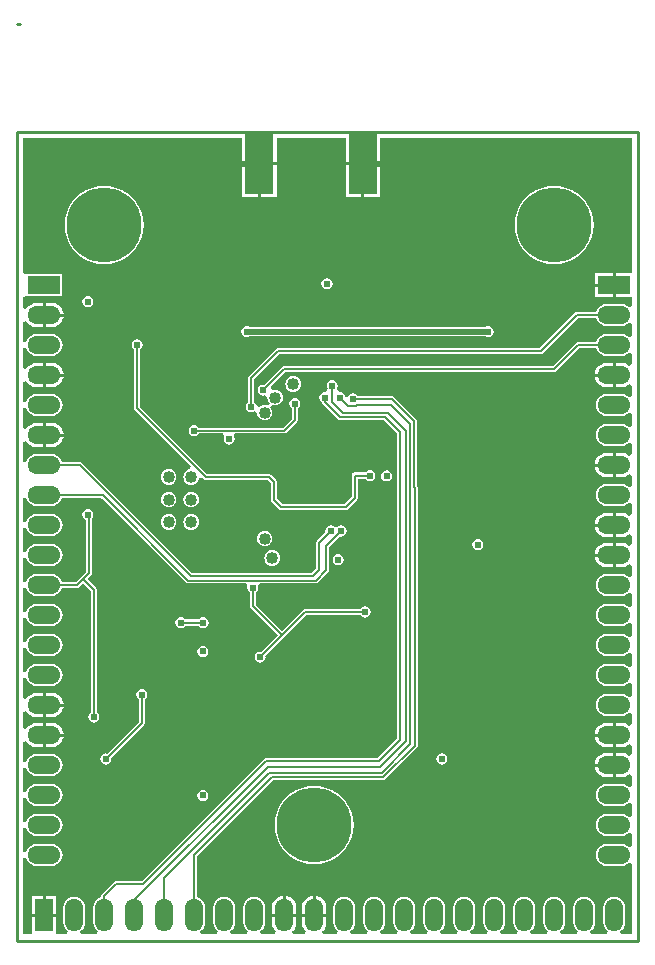
<source format=gbl>
G04 Layer_Physical_Order=4*
G04 Layer_Color=16711680*
%FSLAX25Y25*%
%MOIN*%
G70*
G01*
G75*
%ADD16R,0.09508X0.20000*%
%ADD19C,0.00800*%
%ADD20C,0.00600*%
%ADD22C,0.01000*%
%ADD24C,0.02000*%
%ADD25C,0.00700*%
%ADD26C,0.25000*%
%ADD27O,0.11000X0.06000*%
%ADD28R,0.11000X0.06000*%
%ADD29O,0.06000X0.11000*%
%ADD30R,0.06000X0.11000*%
%ADD31C,0.02400*%
%ADD32C,0.04000*%
%ADD33C,0.02362*%
G36*
X292855Y307185D02*
X293432Y306433D01*
X294184Y305855D01*
X295060Y305493D01*
X296000Y305369D01*
X301000D01*
X301940Y305493D01*
X302816Y305855D01*
X303461Y306351D01*
X303899Y306255D01*
X304461Y305954D01*
Y302046D01*
X303899Y301745D01*
X303461Y301649D01*
X302816Y302145D01*
X301940Y302507D01*
X301000Y302631D01*
X296000D01*
X295060Y302507D01*
X294184Y302145D01*
X293432Y301568D01*
X292855Y300816D01*
X292526Y300020D01*
X286500D01*
X286110Y299942D01*
X285779Y299721D01*
X278078Y292020D01*
X188500D01*
X188110Y291942D01*
X187779Y291721D01*
X181828Y285770D01*
X181500Y285835D01*
X180798Y285696D01*
X180202Y285298D01*
X179804Y284702D01*
X179665Y284000D01*
X179804Y283298D01*
X180202Y282702D01*
X180798Y282304D01*
X181500Y282165D01*
X181969Y282258D01*
X182642Y281824D01*
X182885Y281558D01*
X182878Y281500D01*
X182967Y280821D01*
X183229Y280189D01*
X183646Y279646D01*
X183012Y278895D01*
X182679Y279033D01*
X182000Y279122D01*
X181321Y279033D01*
X180689Y278771D01*
X180285Y278461D01*
X180206Y278465D01*
X179695Y278608D01*
X179266Y278850D01*
X179196Y279202D01*
X178798Y279798D01*
X178520Y279984D01*
Y287578D01*
X186922Y295980D01*
X274000D01*
X274390Y296058D01*
X274721Y296279D01*
X286422Y307980D01*
X292526D01*
X292855Y307185D01*
D02*
G37*
G36*
X304461Y323000D02*
X299000D01*
Y319000D01*
Y315000D01*
X304461D01*
Y312046D01*
X303899Y311745D01*
X303461Y311649D01*
X302816Y312145D01*
X301940Y312507D01*
X301000Y312631D01*
X296000D01*
X295060Y312507D01*
X294184Y312145D01*
X293432Y311567D01*
X292855Y310816D01*
X292526Y310020D01*
X286000D01*
X285610Y309942D01*
X285279Y309721D01*
X273578Y298020D01*
X186500D01*
X186110Y297942D01*
X185779Y297721D01*
X176779Y288721D01*
X176558Y288390D01*
X176480Y288000D01*
Y279984D01*
X176202Y279798D01*
X175804Y279202D01*
X175665Y278500D01*
X175804Y277798D01*
X176202Y277202D01*
X176798Y276804D01*
X177500Y276665D01*
X178202Y276804D01*
X178429Y276956D01*
X179132Y276618D01*
X179388Y276422D01*
X179467Y275821D01*
X179729Y275189D01*
X180146Y274646D01*
X180689Y274229D01*
X181321Y273967D01*
X182000Y273878D01*
X182679Y273967D01*
X183311Y274229D01*
X183854Y274646D01*
X184271Y275189D01*
X184533Y275821D01*
X184622Y276500D01*
X184533Y277179D01*
X184271Y277811D01*
X183854Y278354D01*
X184488Y279105D01*
X184821Y278967D01*
X185500Y278878D01*
X186179Y278967D01*
X186811Y279229D01*
X187354Y279646D01*
X187771Y280189D01*
X188033Y280821D01*
X188122Y281500D01*
X188033Y282179D01*
X187771Y282811D01*
X187354Y283354D01*
X186811Y283771D01*
X186179Y284033D01*
X185500Y284122D01*
X184913Y284045D01*
X184688Y284152D01*
X183992Y284772D01*
X183997Y285056D01*
X188922Y289980D01*
X278500D01*
X278890Y290058D01*
X279221Y290279D01*
X286922Y297980D01*
X292526D01*
X292855Y297184D01*
X293432Y296432D01*
X294184Y295855D01*
X295060Y295493D01*
X296000Y295369D01*
X301000D01*
X301940Y295493D01*
X302816Y295855D01*
X303461Y296351D01*
X303899Y296255D01*
X304461Y295954D01*
Y292647D01*
X303461Y292154D01*
X303017Y292494D01*
X302044Y292897D01*
X301000Y293035D01*
X299000D01*
Y289000D01*
Y284965D01*
X301000D01*
X302044Y285103D01*
X303017Y285506D01*
X303461Y285846D01*
X304461Y285353D01*
Y282046D01*
X303899Y281745D01*
X303461Y281649D01*
X302816Y282145D01*
X301940Y282507D01*
X301000Y282631D01*
X296000D01*
X295060Y282507D01*
X294184Y282145D01*
X293432Y281568D01*
X292855Y280816D01*
X292493Y279940D01*
X292369Y279000D01*
X292493Y278060D01*
X292855Y277185D01*
X293432Y276432D01*
X294184Y275855D01*
X295060Y275493D01*
X296000Y275369D01*
X301000D01*
X301940Y275493D01*
X302816Y275855D01*
X303461Y276351D01*
X303899Y276255D01*
X304461Y275954D01*
Y272046D01*
X303899Y271745D01*
X303461Y271649D01*
X302816Y272145D01*
X301940Y272507D01*
X301000Y272631D01*
X296000D01*
X295060Y272507D01*
X294184Y272145D01*
X293432Y271568D01*
X292855Y270815D01*
X292493Y269940D01*
X292369Y269000D01*
X292493Y268060D01*
X292855Y267184D01*
X293432Y266432D01*
X294184Y265855D01*
X295060Y265493D01*
X296000Y265369D01*
X301000D01*
X301940Y265493D01*
X302816Y265855D01*
X303461Y266351D01*
X303899Y266255D01*
X304461Y265954D01*
Y262647D01*
X303461Y262154D01*
X303017Y262494D01*
X302044Y262897D01*
X301000Y263035D01*
X299000D01*
Y259000D01*
Y254965D01*
X301000D01*
X302044Y255103D01*
X303017Y255506D01*
X303461Y255846D01*
X304461Y255353D01*
Y252046D01*
X303899Y251745D01*
X303461Y251649D01*
X302816Y252145D01*
X301940Y252507D01*
X301000Y252631D01*
X296000D01*
X295060Y252507D01*
X294184Y252145D01*
X293432Y251568D01*
X292855Y250816D01*
X292493Y249940D01*
X292369Y249000D01*
X292493Y248060D01*
X292855Y247184D01*
X293432Y246432D01*
X294184Y245855D01*
X295060Y245493D01*
X296000Y245369D01*
X301000D01*
X301940Y245493D01*
X302816Y245855D01*
X303461Y246351D01*
X303899Y246255D01*
X304461Y245954D01*
Y242647D01*
X303461Y242154D01*
X303017Y242494D01*
X302044Y242897D01*
X301000Y243035D01*
X299000D01*
Y239000D01*
Y234965D01*
X301000D01*
X302044Y235103D01*
X303017Y235506D01*
X303461Y235846D01*
X304461Y235353D01*
Y232647D01*
X303461Y232154D01*
X303017Y232494D01*
X302044Y232897D01*
X301000Y233034D01*
X299000D01*
Y229000D01*
Y224966D01*
X301000D01*
X302044Y225103D01*
X303017Y225506D01*
X303461Y225846D01*
X304461Y225353D01*
Y222046D01*
X303899Y221745D01*
X303461Y221649D01*
X302816Y222145D01*
X301940Y222507D01*
X301000Y222631D01*
X296000D01*
X295060Y222507D01*
X294184Y222145D01*
X293432Y221568D01*
X292855Y220815D01*
X292493Y219940D01*
X292369Y219000D01*
X292493Y218060D01*
X292855Y217184D01*
X293432Y216432D01*
X294184Y215855D01*
X295060Y215493D01*
X296000Y215369D01*
X301000D01*
X301940Y215493D01*
X302816Y215855D01*
X303461Y216351D01*
X303899Y216255D01*
X304461Y215954D01*
Y212046D01*
X303899Y211745D01*
X303461Y211649D01*
X302816Y212145D01*
X301940Y212507D01*
X301000Y212631D01*
X296000D01*
X295060Y212507D01*
X294184Y212145D01*
X293432Y211567D01*
X292855Y210816D01*
X292493Y209940D01*
X292369Y209000D01*
X292493Y208060D01*
X292855Y207185D01*
X293432Y206433D01*
X294184Y205855D01*
X295060Y205493D01*
X296000Y205369D01*
X301000D01*
X301940Y205493D01*
X302816Y205855D01*
X303461Y206351D01*
X303899Y206255D01*
X304461Y205954D01*
Y202046D01*
X303899Y201745D01*
X303461Y201649D01*
X302816Y202145D01*
X301940Y202507D01*
X301000Y202631D01*
X296000D01*
X295060Y202507D01*
X294184Y202145D01*
X293432Y201568D01*
X292855Y200816D01*
X292493Y199940D01*
X292369Y199000D01*
X292493Y198060D01*
X292855Y197185D01*
X293432Y196432D01*
X294184Y195855D01*
X295060Y195493D01*
X296000Y195369D01*
X301000D01*
X301940Y195493D01*
X302816Y195855D01*
X303461Y196351D01*
X303899Y196255D01*
X304461Y195954D01*
Y192046D01*
X303899Y191745D01*
X303461Y191649D01*
X302816Y192145D01*
X301940Y192507D01*
X301000Y192631D01*
X296000D01*
X295060Y192507D01*
X294184Y192145D01*
X293432Y191568D01*
X292855Y190815D01*
X292493Y189940D01*
X292369Y189000D01*
X292493Y188060D01*
X292855Y187185D01*
X293432Y186432D01*
X294184Y185855D01*
X295060Y185493D01*
X296000Y185369D01*
X301000D01*
X301940Y185493D01*
X302816Y185855D01*
X303461Y186351D01*
X303899Y186255D01*
X304461Y185954D01*
Y182046D01*
X303899Y181745D01*
X303461Y181649D01*
X302816Y182145D01*
X301940Y182507D01*
X301000Y182631D01*
X296000D01*
X295060Y182507D01*
X294184Y182145D01*
X293432Y181568D01*
X292855Y180815D01*
X292493Y179940D01*
X292369Y179000D01*
X292493Y178060D01*
X292855Y177184D01*
X293432Y176432D01*
X294184Y175855D01*
X295060Y175493D01*
X296000Y175369D01*
X301000D01*
X301940Y175493D01*
X302816Y175855D01*
X303461Y176351D01*
X303899Y176255D01*
X304461Y175954D01*
Y172647D01*
X303461Y172154D01*
X303017Y172494D01*
X302044Y172897D01*
X301000Y173035D01*
X299000D01*
Y169000D01*
Y164965D01*
X301000D01*
X302044Y165103D01*
X303017Y165506D01*
X303461Y165846D01*
X304461Y165353D01*
Y162647D01*
X303461Y162154D01*
X303017Y162494D01*
X302044Y162897D01*
X301000Y163034D01*
X299000D01*
Y159000D01*
Y154965D01*
X301000D01*
X302044Y155103D01*
X303017Y155506D01*
X303461Y155846D01*
X304461Y155353D01*
Y152046D01*
X303899Y151745D01*
X303461Y151649D01*
X302816Y152145D01*
X301940Y152507D01*
X301000Y152631D01*
X296000D01*
X295060Y152507D01*
X294184Y152145D01*
X293432Y151568D01*
X292855Y150815D01*
X292493Y149940D01*
X292369Y149000D01*
X292493Y148060D01*
X292855Y147185D01*
X293432Y146432D01*
X294184Y145855D01*
X295060Y145493D01*
X296000Y145369D01*
X301000D01*
X301940Y145493D01*
X302816Y145855D01*
X303461Y146351D01*
X303899Y146255D01*
X304461Y145954D01*
Y142046D01*
X303899Y141745D01*
X303461Y141649D01*
X302816Y142145D01*
X301940Y142507D01*
X301000Y142631D01*
X296000D01*
X295060Y142507D01*
X294184Y142145D01*
X293432Y141568D01*
X292855Y140815D01*
X292493Y139940D01*
X292369Y139000D01*
X292493Y138060D01*
X292855Y137185D01*
X293432Y136432D01*
X294184Y135855D01*
X295060Y135493D01*
X296000Y135369D01*
X301000D01*
X301940Y135493D01*
X302816Y135855D01*
X303461Y136351D01*
X303899Y136255D01*
X304461Y135954D01*
Y132046D01*
X303899Y131745D01*
X303461Y131649D01*
X302816Y132145D01*
X301940Y132507D01*
X301000Y132631D01*
X296000D01*
X295060Y132507D01*
X294184Y132145D01*
X293432Y131568D01*
X292855Y130815D01*
X292493Y129940D01*
X292369Y129000D01*
X292493Y128060D01*
X292855Y127184D01*
X293432Y126432D01*
X294184Y125855D01*
X295060Y125493D01*
X296000Y125369D01*
X301000D01*
X301940Y125493D01*
X302816Y125855D01*
X303461Y126351D01*
X303899Y126255D01*
X304461Y125954D01*
Y102539D01*
X300839D01*
X300555Y103539D01*
X301067Y103932D01*
X301645Y104684D01*
X302007Y105560D01*
X302131Y106500D01*
Y111500D01*
X302007Y112440D01*
X301645Y113315D01*
X301067Y114068D01*
X300315Y114645D01*
X299440Y115007D01*
X298500Y115131D01*
X297560Y115007D01*
X296685Y114645D01*
X295933Y114068D01*
X295355Y113315D01*
X294993Y112440D01*
X294869Y111500D01*
Y106500D01*
X294993Y105560D01*
X295355Y104684D01*
X295933Y103932D01*
X296445Y103539D01*
X296161Y102539D01*
X290839D01*
X290555Y103539D01*
X291068Y103932D01*
X291645Y104684D01*
X292007Y105560D01*
X292131Y106500D01*
Y111500D01*
X292007Y112440D01*
X291645Y113315D01*
X291068Y114068D01*
X290316Y114645D01*
X289440Y115007D01*
X288500Y115131D01*
X287560Y115007D01*
X286684Y114645D01*
X285932Y114068D01*
X285355Y113315D01*
X284993Y112440D01*
X284869Y111500D01*
Y106500D01*
X284993Y105560D01*
X285355Y104684D01*
X285932Y103932D01*
X286445Y103539D01*
X286161Y102539D01*
X280839D01*
X280555Y103539D01*
X281067Y103932D01*
X281645Y104684D01*
X282007Y105560D01*
X282131Y106500D01*
Y111500D01*
X282007Y112440D01*
X281645Y113315D01*
X281067Y114068D01*
X280315Y114645D01*
X279440Y115007D01*
X278500Y115131D01*
X277560Y115007D01*
X276684Y114645D01*
X275933Y114068D01*
X275355Y113315D01*
X274993Y112440D01*
X274869Y111500D01*
Y106500D01*
X274993Y105560D01*
X275355Y104684D01*
X275933Y103932D01*
X276445Y103539D01*
X276161Y102539D01*
X270839D01*
X270555Y103539D01*
X271068Y103932D01*
X271645Y104684D01*
X272007Y105560D01*
X272131Y106500D01*
Y111500D01*
X272007Y112440D01*
X271645Y113315D01*
X271068Y114068D01*
X270316Y114645D01*
X269440Y115007D01*
X268500Y115131D01*
X267560Y115007D01*
X266685Y114645D01*
X265932Y114068D01*
X265355Y113315D01*
X264993Y112440D01*
X264869Y111500D01*
Y106500D01*
X264993Y105560D01*
X265355Y104684D01*
X265932Y103932D01*
X266445Y103539D01*
X266161Y102539D01*
X260839D01*
X260555Y103539D01*
X261068Y103932D01*
X261645Y104684D01*
X262007Y105560D01*
X262131Y106500D01*
Y111500D01*
X262007Y112440D01*
X261645Y113315D01*
X261068Y114068D01*
X260315Y114645D01*
X259440Y115007D01*
X258500Y115131D01*
X257560Y115007D01*
X256684Y114645D01*
X255932Y114068D01*
X255355Y113315D01*
X254993Y112440D01*
X254869Y111500D01*
Y106500D01*
X254993Y105560D01*
X255355Y104684D01*
X255932Y103932D01*
X256445Y103539D01*
X256161Y102539D01*
X250839D01*
X250555Y103539D01*
X251067Y103932D01*
X251645Y104684D01*
X252007Y105560D01*
X252131Y106500D01*
Y111500D01*
X252007Y112440D01*
X251645Y113315D01*
X251067Y114068D01*
X250315Y114645D01*
X249440Y115007D01*
X248500Y115131D01*
X247560Y115007D01*
X246685Y114645D01*
X245933Y114068D01*
X245355Y113315D01*
X244993Y112440D01*
X244869Y111500D01*
Y106500D01*
X244993Y105560D01*
X245355Y104684D01*
X245933Y103932D01*
X246445Y103539D01*
X246161Y102539D01*
X240839D01*
X240555Y103539D01*
X241068Y103932D01*
X241645Y104684D01*
X242007Y105560D01*
X242131Y106500D01*
Y111500D01*
X242007Y112440D01*
X241645Y113315D01*
X241068Y114068D01*
X240316Y114645D01*
X239440Y115007D01*
X238500Y115131D01*
X237560Y115007D01*
X236684Y114645D01*
X235932Y114068D01*
X235355Y113315D01*
X234993Y112440D01*
X234869Y111500D01*
Y106500D01*
X234993Y105560D01*
X235355Y104684D01*
X235932Y103932D01*
X236445Y103539D01*
X236161Y102539D01*
X230839D01*
X230555Y103539D01*
X231067Y103932D01*
X231645Y104684D01*
X232007Y105560D01*
X232131Y106500D01*
Y111500D01*
X232007Y112440D01*
X231645Y113315D01*
X231067Y114068D01*
X230315Y114645D01*
X229440Y115007D01*
X228500Y115131D01*
X227560Y115007D01*
X226684Y114645D01*
X225933Y114068D01*
X225355Y113315D01*
X224993Y112440D01*
X224869Y111500D01*
Y106500D01*
X224993Y105560D01*
X225355Y104684D01*
X225933Y103932D01*
X226445Y103539D01*
X226161Y102539D01*
X220839D01*
X220555Y103539D01*
X221068Y103932D01*
X221645Y104684D01*
X222007Y105560D01*
X222131Y106500D01*
Y111500D01*
X222007Y112440D01*
X221645Y113315D01*
X221068Y114068D01*
X220316Y114645D01*
X219440Y115007D01*
X218500Y115131D01*
X217560Y115007D01*
X216685Y114645D01*
X215932Y114068D01*
X215355Y113315D01*
X214993Y112440D01*
X214869Y111500D01*
Y106500D01*
X214993Y105560D01*
X215355Y104684D01*
X215932Y103932D01*
X216445Y103539D01*
X216161Y102539D01*
X210839D01*
X210555Y103539D01*
X211068Y103932D01*
X211645Y104684D01*
X212007Y105560D01*
X212131Y106500D01*
Y111500D01*
X212007Y112440D01*
X211645Y113315D01*
X211068Y114068D01*
X210315Y114645D01*
X209440Y115007D01*
X208500Y115131D01*
X207560Y115007D01*
X206684Y114645D01*
X205932Y114068D01*
X205355Y113315D01*
X204993Y112440D01*
X204869Y111500D01*
Y106500D01*
X204993Y105560D01*
X205355Y104684D01*
X205932Y103932D01*
X206445Y103539D01*
X206161Y102539D01*
X201552D01*
X201212Y103539D01*
X201353Y103647D01*
X201994Y104483D01*
X202397Y105456D01*
X202535Y106500D01*
Y108500D01*
X198500D01*
X194465D01*
Y106500D01*
X194603Y105456D01*
X195006Y104483D01*
X195647Y103647D01*
X195788Y103539D01*
X195449Y102539D01*
X191551D01*
X191212Y103539D01*
X191353Y103647D01*
X191994Y104483D01*
X192397Y105456D01*
X192534Y106500D01*
Y108500D01*
X188500D01*
Y109000D01*
D01*
Y108500D01*
X184466D01*
Y106500D01*
X184603Y105456D01*
X185006Y104483D01*
X185647Y103647D01*
X185788Y103539D01*
X185449Y102539D01*
X180839D01*
X180555Y103539D01*
X181068Y103932D01*
X181645Y104684D01*
X182007Y105560D01*
X182131Y106500D01*
Y111500D01*
X182007Y112440D01*
X181645Y113315D01*
X181068Y114068D01*
X180315Y114645D01*
X179440Y115007D01*
X178500Y115131D01*
X177560Y115007D01*
X176684Y114645D01*
X175932Y114068D01*
X175355Y113315D01*
X174993Y112440D01*
X174869Y111500D01*
Y106500D01*
X174993Y105560D01*
X175355Y104684D01*
X175932Y103932D01*
X176445Y103539D01*
X176161Y102539D01*
X170839D01*
X170555Y103539D01*
X171068Y103932D01*
X171645Y104684D01*
X172007Y105560D01*
X172131Y106500D01*
Y111500D01*
X172007Y112440D01*
X171645Y113315D01*
X171068Y114068D01*
X170316Y114645D01*
X169440Y115007D01*
X168500Y115131D01*
X167560Y115007D01*
X166684Y114645D01*
X165932Y114068D01*
X165355Y113315D01*
X164993Y112440D01*
X164869Y111500D01*
Y106500D01*
X164993Y105560D01*
X165355Y104684D01*
X165932Y103932D01*
X166445Y103539D01*
X166161Y102539D01*
X160839D01*
X160555Y103539D01*
X161068Y103932D01*
X161645Y104684D01*
X162007Y105560D01*
X162131Y106500D01*
Y111500D01*
X162007Y112440D01*
X161645Y113315D01*
X161068Y114068D01*
X160316Y114645D01*
X159520Y114974D01*
Y128578D01*
X184922Y153980D01*
X221500D01*
X221890Y154058D01*
X222221Y154279D01*
X232721Y164779D01*
X232942Y165110D01*
X233020Y165500D01*
Y251480D01*
X232942Y251870D01*
X232820Y252053D01*
Y273700D01*
X232742Y274090D01*
X232521Y274421D01*
X225221Y281721D01*
X224890Y281942D01*
X224500Y282020D01*
X212984D01*
X212798Y282298D01*
X212202Y282696D01*
X211500Y282835D01*
X210798Y282696D01*
X210202Y282298D01*
X209812Y281714D01*
X209755Y281704D01*
X208790Y281728D01*
X208696Y282202D01*
X208298Y282798D01*
X207702Y283196D01*
X207000Y283335D01*
X206112Y284079D01*
X206023Y284540D01*
X206196Y284798D01*
X206335Y285500D01*
X206196Y286202D01*
X205798Y286798D01*
X205202Y287196D01*
X204500Y287335D01*
X203798Y287196D01*
X203202Y286798D01*
X202804Y286202D01*
X202665Y285500D01*
X202804Y284798D01*
X202977Y284540D01*
X202888Y284079D01*
X202000Y283335D01*
X201298Y283196D01*
X200702Y282798D01*
X200304Y282202D01*
X200165Y281500D01*
X200304Y280798D01*
X200702Y280202D01*
X201094Y279940D01*
X201152Y279649D01*
X201351Y279351D01*
X206351Y274351D01*
X206649Y274152D01*
X207000Y274082D01*
X221620D01*
X226082Y269620D01*
Y167880D01*
X219620Y161418D01*
X182500D01*
X182149Y161348D01*
X181851Y161149D01*
X141120Y120418D01*
X132500D01*
X132149Y120348D01*
X131851Y120149D01*
X127851Y116149D01*
X127652Y115851D01*
X127582Y115500D01*
Y115010D01*
X127560Y115007D01*
X126684Y114645D01*
X125932Y114068D01*
X125355Y113315D01*
X124993Y112440D01*
X124869Y111500D01*
Y106500D01*
X124993Y105560D01*
X125355Y104684D01*
X125932Y103932D01*
X126445Y103539D01*
X126161Y102539D01*
X120839D01*
X120555Y103539D01*
X121068Y103932D01*
X121645Y104684D01*
X122007Y105560D01*
X122131Y106500D01*
Y111500D01*
X122007Y112440D01*
X121645Y113315D01*
X121068Y114068D01*
X120316Y114645D01*
X119440Y115007D01*
X118500Y115131D01*
X117560Y115007D01*
X116684Y114645D01*
X115932Y114068D01*
X115355Y113315D01*
X114993Y112440D01*
X114869Y111500D01*
Y106500D01*
X114993Y105560D01*
X115355Y104684D01*
X115932Y103932D01*
X116445Y103539D01*
X116161Y102539D01*
X112500D01*
Y108500D01*
X108500D01*
X104500D01*
Y102539D01*
X101539D01*
Y127864D01*
X102493Y128060D01*
X102855Y127184D01*
X103432Y126432D01*
X104184Y125855D01*
X105060Y125493D01*
X106000Y125369D01*
X111000D01*
X111940Y125493D01*
X112815Y125855D01*
X113568Y126432D01*
X114145Y127184D01*
X114507Y128060D01*
X114631Y129000D01*
X114507Y129940D01*
X114145Y130815D01*
X113568Y131568D01*
X112815Y132145D01*
X111940Y132507D01*
X111000Y132631D01*
X106000D01*
X105060Y132507D01*
X104184Y132145D01*
X103432Y131568D01*
X102855Y130815D01*
X102493Y129940D01*
X101539Y130136D01*
Y137864D01*
X102493Y138060D01*
X102855Y137185D01*
X103432Y136432D01*
X104184Y135855D01*
X105060Y135493D01*
X106000Y135369D01*
X111000D01*
X111940Y135493D01*
X112815Y135855D01*
X113568Y136432D01*
X114145Y137185D01*
X114507Y138060D01*
X114631Y139000D01*
X114507Y139940D01*
X114145Y140815D01*
X113568Y141568D01*
X112815Y142145D01*
X111940Y142507D01*
X111000Y142631D01*
X106000D01*
X105060Y142507D01*
X104184Y142145D01*
X103432Y141568D01*
X102855Y140815D01*
X102493Y139940D01*
X101539Y140136D01*
Y147864D01*
X102493Y148060D01*
X102855Y147185D01*
X103432Y146432D01*
X104184Y145855D01*
X105060Y145493D01*
X106000Y145369D01*
X111000D01*
X111940Y145493D01*
X112815Y145855D01*
X113568Y146432D01*
X114145Y147185D01*
X114507Y148060D01*
X114631Y149000D01*
X114507Y149940D01*
X114145Y150815D01*
X113568Y151568D01*
X112815Y152145D01*
X111940Y152507D01*
X111000Y152631D01*
X106000D01*
X105060Y152507D01*
X104184Y152145D01*
X103432Y151568D01*
X102855Y150815D01*
X102493Y149940D01*
X101539Y150136D01*
Y157864D01*
X102493Y158060D01*
X102855Y157185D01*
X103432Y156432D01*
X104184Y155855D01*
X105060Y155493D01*
X106000Y155369D01*
X111000D01*
X111940Y155493D01*
X112815Y155855D01*
X113568Y156432D01*
X114145Y157185D01*
X114507Y158060D01*
X114631Y159000D01*
X114507Y159940D01*
X114145Y160816D01*
X113568Y161568D01*
X112815Y162145D01*
X111940Y162507D01*
X111000Y162631D01*
X106000D01*
X105060Y162507D01*
X104184Y162145D01*
X103432Y161568D01*
X102855Y160816D01*
X102493Y159940D01*
X101539Y160136D01*
Y166600D01*
X102438Y166948D01*
X102539Y166940D01*
X103147Y166147D01*
X103983Y165506D01*
X104956Y165103D01*
X106000Y164965D01*
X108000D01*
Y169000D01*
Y173035D01*
X106000D01*
X104956Y172897D01*
X103983Y172494D01*
X103147Y171853D01*
X102539Y171060D01*
X102438Y171052D01*
X101539Y171400D01*
Y176600D01*
X102438Y176948D01*
X102539Y176940D01*
X103147Y176147D01*
X103983Y175506D01*
X104956Y175103D01*
X106000Y174966D01*
X108000D01*
Y179000D01*
Y183035D01*
X106000D01*
X104956Y182897D01*
X103983Y182494D01*
X103147Y181853D01*
X102539Y181060D01*
X102438Y181052D01*
X101539Y181400D01*
Y187864D01*
X102493Y188060D01*
X102855Y187185D01*
X103432Y186432D01*
X104184Y185855D01*
X105060Y185493D01*
X106000Y185369D01*
X111000D01*
X111940Y185493D01*
X112815Y185855D01*
X113568Y186432D01*
X114145Y187185D01*
X114507Y188060D01*
X114631Y189000D01*
X114507Y189940D01*
X114145Y190815D01*
X113568Y191568D01*
X112815Y192145D01*
X111940Y192507D01*
X111000Y192631D01*
X106000D01*
X105060Y192507D01*
X104184Y192145D01*
X103432Y191568D01*
X102855Y190815D01*
X102493Y189940D01*
X101539Y190136D01*
Y197864D01*
X102493Y198060D01*
X102855Y197185D01*
X103432Y196432D01*
X104184Y195855D01*
X105060Y195493D01*
X106000Y195369D01*
X111000D01*
X111940Y195493D01*
X112815Y195855D01*
X113568Y196432D01*
X114145Y197185D01*
X114507Y198060D01*
X114631Y199000D01*
X114507Y199940D01*
X114145Y200816D01*
X113568Y201568D01*
X112815Y202145D01*
X111940Y202507D01*
X111000Y202631D01*
X106000D01*
X105060Y202507D01*
X104184Y202145D01*
X103432Y201568D01*
X102855Y200816D01*
X102493Y199940D01*
X101539Y200136D01*
Y207864D01*
X102493Y208060D01*
X102855Y207185D01*
X103432Y206433D01*
X104184Y205855D01*
X105060Y205493D01*
X106000Y205369D01*
X111000D01*
X111940Y205493D01*
X112815Y205855D01*
X113568Y206433D01*
X114145Y207185D01*
X114507Y208060D01*
X114631Y209000D01*
X114507Y209940D01*
X114145Y210816D01*
X113568Y211567D01*
X112815Y212145D01*
X111940Y212507D01*
X111000Y212631D01*
X106000D01*
X105060Y212507D01*
X104184Y212145D01*
X103432Y211567D01*
X102855Y210816D01*
X102493Y209940D01*
X101539Y210136D01*
Y217864D01*
X102493Y218060D01*
X102855Y217184D01*
X103432Y216432D01*
X104184Y215855D01*
X105060Y215493D01*
X106000Y215369D01*
X111000D01*
X111940Y215493D01*
X112815Y215855D01*
X113568Y216432D01*
X114145Y217184D01*
X114495Y218031D01*
X119500D01*
X119871Y218105D01*
X120185Y218315D01*
X121500Y219630D01*
X124031Y217099D01*
Y176518D01*
X123702Y176298D01*
X123304Y175702D01*
X123165Y175000D01*
X123304Y174298D01*
X123702Y173702D01*
X124298Y173304D01*
X125000Y173165D01*
X125702Y173304D01*
X126298Y173702D01*
X126696Y174298D01*
X126835Y175000D01*
X126696Y175702D01*
X126298Y176298D01*
X125969Y176518D01*
Y217500D01*
X125895Y217871D01*
X125685Y218185D01*
X122870Y221000D01*
X124185Y222315D01*
X124395Y222629D01*
X124469Y223000D01*
Y241458D01*
X124696Y241798D01*
X124835Y242500D01*
X124696Y243202D01*
X124298Y243798D01*
X123702Y244196D01*
X123000Y244335D01*
X122298Y244196D01*
X121702Y243798D01*
X121304Y243202D01*
X121165Y242500D01*
X121304Y241798D01*
X121702Y241202D01*
X122298Y240804D01*
X122531Y240758D01*
Y223401D01*
X119099Y219969D01*
X114495D01*
X114145Y220815D01*
X113568Y221568D01*
X112815Y222145D01*
X111940Y222507D01*
X111000Y222631D01*
X106000D01*
X105060Y222507D01*
X104184Y222145D01*
X103432Y221568D01*
X102855Y220815D01*
X102493Y219940D01*
X101539Y220136D01*
Y227864D01*
X102493Y228060D01*
X102855Y227185D01*
X103432Y226432D01*
X104184Y225855D01*
X105060Y225493D01*
X106000Y225369D01*
X111000D01*
X111940Y225493D01*
X112815Y225855D01*
X113568Y226432D01*
X114145Y227185D01*
X114507Y228060D01*
X114631Y229000D01*
X114507Y229940D01*
X114145Y230816D01*
X113568Y231568D01*
X112815Y232145D01*
X111940Y232507D01*
X111000Y232631D01*
X106000D01*
X105060Y232507D01*
X104184Y232145D01*
X103432Y231568D01*
X102855Y230816D01*
X102493Y229940D01*
X101539Y230136D01*
Y237864D01*
X102493Y238060D01*
X102855Y237185D01*
X103432Y236433D01*
X104184Y235855D01*
X105060Y235493D01*
X106000Y235369D01*
X111000D01*
X111940Y235493D01*
X112815Y235855D01*
X113568Y236433D01*
X114145Y237185D01*
X114507Y238060D01*
X114631Y239000D01*
X114507Y239940D01*
X114145Y240815D01*
X113568Y241567D01*
X112815Y242145D01*
X111940Y242507D01*
X111000Y242631D01*
X106000D01*
X105060Y242507D01*
X104184Y242145D01*
X103432Y241567D01*
X102855Y240815D01*
X102493Y239940D01*
X101539Y240136D01*
Y247864D01*
X102493Y248060D01*
X102855Y247184D01*
X103432Y246432D01*
X104184Y245855D01*
X105060Y245493D01*
X106000Y245369D01*
X111000D01*
X111940Y245493D01*
X112815Y245855D01*
X113568Y246432D01*
X114145Y247184D01*
X114507Y248060D01*
X114510Y248082D01*
X127620D01*
X155851Y219851D01*
X156149Y219652D01*
X156500Y219582D01*
X175690D01*
X176205Y218844D01*
X176281Y218582D01*
X176165Y218000D01*
X176304Y217298D01*
X176702Y216702D01*
X176980Y216516D01*
Y212000D01*
X177058Y211610D01*
X177279Y211279D01*
X186308Y202250D01*
X180828Y196770D01*
X180500Y196835D01*
X179798Y196696D01*
X179202Y196298D01*
X178804Y195702D01*
X178665Y195000D01*
X178804Y194298D01*
X179202Y193702D01*
X179798Y193304D01*
X180500Y193165D01*
X181202Y193304D01*
X181798Y193702D01*
X182196Y194298D01*
X182335Y195000D01*
X182270Y195328D01*
X188471Y201529D01*
X195922Y208980D01*
X214016D01*
X214202Y208702D01*
X214798Y208304D01*
X215500Y208165D01*
X216202Y208304D01*
X216798Y208702D01*
X217196Y209298D01*
X217335Y210000D01*
X217196Y210702D01*
X216798Y211298D01*
X216202Y211696D01*
X215500Y211835D01*
X214798Y211696D01*
X214202Y211298D01*
X214016Y211020D01*
X195500D01*
X195110Y210942D01*
X194779Y210721D01*
X187750Y203692D01*
X179020Y212422D01*
Y216516D01*
X179298Y216702D01*
X179696Y217298D01*
X179835Y218000D01*
X179719Y218582D01*
X179795Y218844D01*
X180310Y219582D01*
X199000D01*
X199351Y219652D01*
X199649Y219851D01*
X203149Y223351D01*
X203348Y223649D01*
X203418Y224000D01*
Y231620D01*
X207052Y235254D01*
X207500Y235165D01*
X208202Y235304D01*
X208798Y235702D01*
X209196Y236298D01*
X209335Y237000D01*
X209196Y237702D01*
X208798Y238298D01*
X208202Y238696D01*
X207500Y238835D01*
X206798Y238696D01*
X206202Y238298D01*
X205298D01*
X204702Y238696D01*
X204000Y238835D01*
X203298Y238696D01*
X202702Y238298D01*
X202304Y237702D01*
X202165Y237000D01*
X202254Y236552D01*
X199351Y233649D01*
X199152Y233351D01*
X199082Y233000D01*
Y224380D01*
X197620Y222918D01*
X157880D01*
X121149Y259649D01*
X120851Y259848D01*
X120500Y259918D01*
X114510D01*
X114507Y259940D01*
X114145Y260816D01*
X113568Y261567D01*
X112815Y262145D01*
X111940Y262507D01*
X111000Y262631D01*
X106000D01*
X105060Y262507D01*
X104184Y262145D01*
X103432Y261567D01*
X102855Y260816D01*
X102493Y259940D01*
X101539Y260136D01*
Y266600D01*
X102438Y266948D01*
X102539Y266940D01*
X103147Y266147D01*
X103983Y265506D01*
X104956Y265103D01*
X106000Y264966D01*
X108000D01*
Y269000D01*
Y273035D01*
X106000D01*
X104956Y272897D01*
X103983Y272494D01*
X103147Y271853D01*
X102539Y271060D01*
X102438Y271052D01*
X101539Y271400D01*
Y277864D01*
X102493Y278060D01*
X102855Y277185D01*
X103432Y276432D01*
X104184Y275855D01*
X105060Y275493D01*
X106000Y275369D01*
X111000D01*
X111940Y275493D01*
X112815Y275855D01*
X113568Y276432D01*
X114145Y277185D01*
X114507Y278060D01*
X114631Y279000D01*
X114507Y279940D01*
X114145Y280816D01*
X113568Y281568D01*
X112815Y282145D01*
X111940Y282507D01*
X111000Y282631D01*
X106000D01*
X105060Y282507D01*
X104184Y282145D01*
X103432Y281568D01*
X102855Y280816D01*
X102493Y279940D01*
X101539Y280136D01*
Y286600D01*
X102438Y286948D01*
X102539Y286940D01*
X103147Y286147D01*
X103983Y285506D01*
X104956Y285103D01*
X106000Y284965D01*
X108000D01*
Y289000D01*
Y293035D01*
X106000D01*
X104956Y292897D01*
X103983Y292494D01*
X103147Y291853D01*
X102539Y291060D01*
X102438Y291052D01*
X101539Y291400D01*
Y297864D01*
X102493Y298060D01*
X102855Y297184D01*
X103432Y296432D01*
X104184Y295855D01*
X105060Y295493D01*
X106000Y295369D01*
X111000D01*
X111940Y295493D01*
X112815Y295855D01*
X113568Y296432D01*
X114145Y297184D01*
X114507Y298060D01*
X114631Y299000D01*
X114507Y299940D01*
X114145Y300816D01*
X113568Y301568D01*
X112815Y302145D01*
X111940Y302507D01*
X111000Y302631D01*
X106000D01*
X105060Y302507D01*
X104184Y302145D01*
X103432Y301568D01*
X102855Y300816D01*
X102493Y299940D01*
X101539Y300136D01*
Y306600D01*
X102438Y306948D01*
X102539Y306940D01*
X103147Y306147D01*
X103983Y305506D01*
X104956Y305103D01*
X106000Y304965D01*
X108000D01*
Y309000D01*
Y313035D01*
X106000D01*
X104956Y312897D01*
X103983Y312494D01*
X103147Y311853D01*
X102539Y311060D01*
X102438Y311052D01*
X101539Y311400D01*
Y315064D01*
X102400Y315400D01*
X102539Y315400D01*
X114600D01*
Y322600D01*
X102539D01*
X102400Y322600D01*
X101539Y322936D01*
Y367961D01*
X174492D01*
Y360000D01*
X180246D01*
X186000D01*
Y367961D01*
X209000D01*
Y360000D01*
X214754D01*
X220508D01*
Y367961D01*
X304461D01*
Y323000D01*
D02*
G37*
%LPC*%
G36*
X161346Y198682D02*
X160644Y198542D01*
X160049Y198144D01*
X159651Y197549D01*
X159511Y196846D01*
X159651Y196144D01*
X160049Y195549D01*
X160644Y195151D01*
X161346Y195011D01*
X162049Y195151D01*
X162644Y195549D01*
X163042Y196144D01*
X163182Y196846D01*
X163042Y197549D01*
X162644Y198144D01*
X162049Y198542D01*
X161346Y198682D01*
D02*
G37*
G36*
X161500Y208335D02*
X160798Y208196D01*
X160202Y207798D01*
X160016Y207520D01*
X155484D01*
X155298Y207798D01*
X154702Y208196D01*
X154000Y208335D01*
X153298Y208196D01*
X152702Y207798D01*
X152304Y207202D01*
X152165Y206500D01*
X152304Y205798D01*
X152702Y205202D01*
X153298Y204804D01*
X154000Y204665D01*
X154702Y204804D01*
X155298Y205202D01*
X155484Y205480D01*
X160016D01*
X160202Y205202D01*
X160798Y204804D01*
X161500Y204665D01*
X162202Y204804D01*
X162798Y205202D01*
X163196Y205798D01*
X163335Y206500D01*
X163196Y207202D01*
X162798Y207798D01*
X162202Y208196D01*
X161500Y208335D01*
D02*
G37*
G36*
X298000Y228500D02*
X292031D01*
X292103Y227956D01*
X292506Y226983D01*
X293147Y226147D01*
X293983Y225506D01*
X294956Y225103D01*
X296000Y224966D01*
X298000D01*
Y228500D01*
D02*
G37*
G36*
Y173035D02*
X296000D01*
X294956Y172897D01*
X293983Y172494D01*
X293147Y171853D01*
X292506Y171017D01*
X292103Y170044D01*
X292031Y169500D01*
X298000D01*
Y173035D01*
D02*
G37*
G36*
X114969Y178500D02*
X109000D01*
Y174966D01*
X111000D01*
X112044Y175103D01*
X113017Y175506D01*
X113853Y176147D01*
X114494Y176983D01*
X114897Y177956D01*
X114969Y178500D01*
D02*
G37*
G36*
X111000Y183035D02*
X109000D01*
Y179500D01*
X114969D01*
X114897Y180044D01*
X114494Y181017D01*
X113853Y181853D01*
X113017Y182494D01*
X112044Y182897D01*
X111000Y183035D01*
D02*
G37*
G36*
X184500Y230622D02*
X183821Y230533D01*
X183189Y230271D01*
X182646Y229854D01*
X182229Y229311D01*
X181967Y228679D01*
X181878Y228000D01*
X181967Y227321D01*
X182229Y226689D01*
X182646Y226146D01*
X183189Y225729D01*
X183821Y225467D01*
X184500Y225378D01*
X185179Y225467D01*
X185811Y225729D01*
X186354Y226146D01*
X186771Y226689D01*
X187033Y227321D01*
X187122Y228000D01*
X187033Y228679D01*
X186771Y229311D01*
X186354Y229854D01*
X185811Y230271D01*
X185179Y230533D01*
X184500Y230622D01*
D02*
G37*
G36*
X298000Y238500D02*
X292031D01*
X292103Y237956D01*
X292506Y236983D01*
X293147Y236147D01*
X293983Y235506D01*
X294956Y235103D01*
X296000Y234965D01*
X298000D01*
Y238500D01*
D02*
G37*
G36*
X150000Y242622D02*
X149321Y242533D01*
X148689Y242271D01*
X148146Y241854D01*
X147729Y241311D01*
X147467Y240679D01*
X147378Y240000D01*
X147467Y239321D01*
X147729Y238689D01*
X148146Y238146D01*
X148689Y237729D01*
X149321Y237467D01*
X150000Y237378D01*
X150679Y237467D01*
X151311Y237729D01*
X151854Y238146D01*
X152271Y238689D01*
X152533Y239321D01*
X152622Y240000D01*
X152533Y240679D01*
X152271Y241311D01*
X151854Y241854D01*
X151311Y242271D01*
X150679Y242533D01*
X150000Y242622D01*
D02*
G37*
G36*
X157500D02*
X156821Y242533D01*
X156189Y242271D01*
X155646Y241854D01*
X155229Y241311D01*
X154967Y240679D01*
X154878Y240000D01*
X154967Y239321D01*
X155229Y238689D01*
X155646Y238146D01*
X156189Y237729D01*
X156821Y237467D01*
X157500Y237378D01*
X158179Y237467D01*
X158811Y237729D01*
X159354Y238146D01*
X159771Y238689D01*
X160033Y239321D01*
X160122Y240000D01*
X160033Y240679D01*
X159771Y241311D01*
X159354Y241854D01*
X158811Y242271D01*
X158179Y242533D01*
X157500Y242622D01*
D02*
G37*
G36*
X182000Y237122D02*
X181321Y237033D01*
X180689Y236771D01*
X180146Y236354D01*
X179729Y235811D01*
X179467Y235179D01*
X179378Y234500D01*
X179467Y233821D01*
X179729Y233189D01*
X180146Y232646D01*
X180689Y232229D01*
X181321Y231967D01*
X182000Y231878D01*
X182679Y231967D01*
X183311Y232229D01*
X183854Y232646D01*
X184271Y233189D01*
X184533Y233821D01*
X184622Y234500D01*
X184533Y235179D01*
X184271Y235811D01*
X183854Y236354D01*
X183311Y236771D01*
X182679Y237033D01*
X182000Y237122D01*
D02*
G37*
G36*
X206500Y229335D02*
X205798Y229196D01*
X205202Y228798D01*
X204804Y228202D01*
X204665Y227500D01*
X204804Y226798D01*
X205202Y226202D01*
X205798Y225804D01*
X206500Y225665D01*
X207202Y225804D01*
X207798Y226202D01*
X208196Y226798D01*
X208335Y227500D01*
X208196Y228202D01*
X207798Y228798D01*
X207202Y229196D01*
X206500Y229335D01*
D02*
G37*
G36*
X298000Y233034D02*
X296000D01*
X294956Y232897D01*
X293983Y232494D01*
X293147Y231853D01*
X292506Y231017D01*
X292103Y230044D01*
X292031Y229500D01*
X298000D01*
Y233034D01*
D02*
G37*
G36*
X253000Y234335D02*
X252298Y234196D01*
X251702Y233798D01*
X251304Y233202D01*
X251165Y232500D01*
X251304Y231798D01*
X251702Y231202D01*
X252298Y230804D01*
X253000Y230665D01*
X253702Y230804D01*
X254298Y231202D01*
X254696Y231798D01*
X254835Y232500D01*
X254696Y233202D01*
X254298Y233798D01*
X253702Y234196D01*
X253000Y234335D01*
D02*
G37*
G36*
X111000Y173035D02*
X109000D01*
Y169500D01*
X114969D01*
X114897Y170044D01*
X114494Y171017D01*
X113853Y171853D01*
X113017Y172494D01*
X112044Y172897D01*
X111000Y173035D01*
D02*
G37*
G36*
X199000Y115469D02*
Y109500D01*
X202535D01*
Y111500D01*
X202397Y112544D01*
X201994Y113517D01*
X201353Y114353D01*
X200517Y114994D01*
X199544Y115397D01*
X199000Y115469D01*
D02*
G37*
G36*
X112500Y115500D02*
X109000D01*
Y109500D01*
X112500D01*
Y115500D01*
D02*
G37*
G36*
X198500Y152140D02*
X196444Y151979D01*
X194439Y151497D01*
X192534Y150708D01*
X190776Y149631D01*
X189208Y148292D01*
X187869Y146724D01*
X186792Y144966D01*
X186003Y143061D01*
X185521Y141056D01*
X185360Y139000D01*
X185521Y136944D01*
X186003Y134939D01*
X186792Y133034D01*
X187869Y131276D01*
X189208Y129708D01*
X190776Y128369D01*
X192534Y127292D01*
X194439Y126503D01*
X196444Y126021D01*
X198500Y125859D01*
X200556Y126021D01*
X202561Y126503D01*
X204466Y127292D01*
X206224Y128369D01*
X207792Y129708D01*
X209131Y131276D01*
X210208Y133034D01*
X210997Y134939D01*
X211479Y136944D01*
X211641Y139000D01*
X211479Y141056D01*
X210997Y143061D01*
X210208Y144966D01*
X209131Y146724D01*
X207792Y148292D01*
X206224Y149631D01*
X204466Y150708D01*
X202561Y151497D01*
X200556Y151979D01*
X198500Y152140D01*
D02*
G37*
G36*
X189000Y115469D02*
Y109500D01*
X192534D01*
Y111500D01*
X192397Y112544D01*
X191994Y113517D01*
X191353Y114353D01*
X190517Y114994D01*
X189544Y115397D01*
X189000Y115469D01*
D02*
G37*
G36*
X188000D02*
X187456Y115397D01*
X186483Y114994D01*
X185647Y114353D01*
X185006Y113517D01*
X184603Y112544D01*
X184466Y111500D01*
Y109500D01*
X188000D01*
Y115469D01*
D02*
G37*
G36*
X198000D02*
X197456Y115397D01*
X196483Y114994D01*
X195647Y114353D01*
X195006Y113517D01*
X194603Y112544D01*
X194465Y111500D01*
Y109500D01*
X198000D01*
Y115469D01*
D02*
G37*
G36*
X108000Y115500D02*
X104500D01*
Y109500D01*
X108000D01*
Y115500D01*
D02*
G37*
G36*
X141000Y184335D02*
X140298Y184196D01*
X139702Y183798D01*
X139304Y183202D01*
X139165Y182500D01*
X139304Y181798D01*
X139702Y181202D01*
X139980Y181016D01*
Y173422D01*
X129328Y162770D01*
X129000Y162835D01*
X128298Y162696D01*
X127702Y162298D01*
X127304Y161702D01*
X127165Y161000D01*
X127304Y160298D01*
X127702Y159702D01*
X128298Y159304D01*
X129000Y159165D01*
X129702Y159304D01*
X130298Y159702D01*
X130696Y160298D01*
X130835Y161000D01*
X130770Y161328D01*
X141721Y172279D01*
X141942Y172610D01*
X142020Y173000D01*
Y181016D01*
X142298Y181202D01*
X142696Y181798D01*
X142835Y182500D01*
X142696Y183202D01*
X142298Y183798D01*
X141702Y184196D01*
X141000Y184335D01*
D02*
G37*
G36*
X114969Y168500D02*
X109000D01*
Y164965D01*
X111000D01*
X112044Y165103D01*
X113017Y165506D01*
X113853Y166147D01*
X114494Y166983D01*
X114897Y167956D01*
X114969Y168500D01*
D02*
G37*
G36*
X298000D02*
X292031D01*
X292103Y167956D01*
X292506Y166983D01*
X293147Y166147D01*
X293983Y165506D01*
X294956Y165103D01*
X296000Y164965D01*
X298000D01*
Y168500D01*
D02*
G37*
G36*
Y163034D02*
X296000D01*
X294956Y162897D01*
X293983Y162494D01*
X293147Y161853D01*
X292506Y161017D01*
X292103Y160044D01*
X292031Y159500D01*
X298000D01*
Y163034D01*
D02*
G37*
G36*
X161346Y150682D02*
X160644Y150542D01*
X160049Y150144D01*
X159651Y149549D01*
X159511Y148846D01*
X159651Y148144D01*
X160049Y147549D01*
X160644Y147151D01*
X161346Y147011D01*
X162049Y147151D01*
X162644Y147549D01*
X163042Y148144D01*
X163182Y148846D01*
X163042Y149549D01*
X162644Y150144D01*
X162049Y150542D01*
X161346Y150682D01*
D02*
G37*
G36*
X298000Y158500D02*
X292031D01*
X292103Y157956D01*
X292506Y156983D01*
X293147Y156147D01*
X293983Y155506D01*
X294956Y155103D01*
X296000Y154965D01*
X298000D01*
Y158500D01*
D02*
G37*
G36*
X241000Y162835D02*
X240298Y162696D01*
X239702Y162298D01*
X239304Y161702D01*
X239165Y161000D01*
X239304Y160298D01*
X239702Y159702D01*
X240298Y159304D01*
X241000Y159165D01*
X241702Y159304D01*
X242298Y159702D01*
X242696Y160298D01*
X242835Y161000D01*
X242696Y161702D01*
X242298Y162298D01*
X241702Y162696D01*
X241000Y162835D01*
D02*
G37*
G36*
X123000Y315335D02*
X122298Y315196D01*
X121702Y314798D01*
X121304Y314202D01*
X121165Y313500D01*
X121304Y312798D01*
X121702Y312202D01*
X122298Y311804D01*
X123000Y311665D01*
X123702Y311804D01*
X124298Y312202D01*
X124696Y312798D01*
X124835Y313500D01*
X124696Y314202D01*
X124298Y314798D01*
X123702Y315196D01*
X123000Y315335D01*
D02*
G37*
G36*
X298000Y318500D02*
X292000D01*
Y315000D01*
X298000D01*
Y318500D01*
D02*
G37*
G36*
X202795Y321304D02*
X202093Y321164D01*
X201498Y320766D01*
X201100Y320171D01*
X200960Y319469D01*
X201100Y318766D01*
X201498Y318171D01*
X202093Y317773D01*
X202795Y317633D01*
X203498Y317773D01*
X204093Y318171D01*
X204491Y318766D01*
X204631Y319469D01*
X204491Y320171D01*
X204093Y320766D01*
X203498Y321164D01*
X202795Y321304D01*
D02*
G37*
G36*
X111000Y313035D02*
X109000D01*
Y309500D01*
X114969D01*
X114897Y310044D01*
X114494Y311017D01*
X113853Y311853D01*
X113017Y312494D01*
X112044Y312897D01*
X111000Y313035D01*
D02*
G37*
G36*
X298000Y293035D02*
X296000D01*
X294956Y292897D01*
X293983Y292494D01*
X293147Y291853D01*
X292506Y291017D01*
X292103Y290044D01*
X292031Y289500D01*
X298000D01*
Y293035D01*
D02*
G37*
G36*
X114969Y308500D02*
X109000D01*
Y304965D01*
X111000D01*
X112044Y305103D01*
X113017Y305506D01*
X113853Y306147D01*
X114494Y306983D01*
X114897Y307956D01*
X114969Y308500D01*
D02*
G37*
G36*
X256500Y305335D02*
X255798Y305196D01*
X255702Y305131D01*
X176798D01*
X176702Y305196D01*
X176000Y305335D01*
X175298Y305196D01*
X174702Y304798D01*
X174304Y304202D01*
X174165Y303500D01*
X174304Y302798D01*
X174702Y302202D01*
X175298Y301804D01*
X176000Y301665D01*
X176702Y301804D01*
X176798Y301869D01*
X255702D01*
X255798Y301804D01*
X256500Y301665D01*
X257202Y301804D01*
X257798Y302202D01*
X258196Y302798D01*
X258335Y303500D01*
X258196Y304202D01*
X257798Y304798D01*
X257202Y305196D01*
X256500Y305335D01*
D02*
G37*
G36*
X186000Y359000D02*
X180746D01*
Y348500D01*
X186000D01*
Y359000D01*
D02*
G37*
G36*
X214254D02*
X209000D01*
Y348500D01*
X214254D01*
Y359000D01*
D02*
G37*
G36*
X220508D02*
X215254D01*
Y348500D01*
X220508D01*
Y359000D01*
D02*
G37*
G36*
X179746D02*
X174492D01*
Y348500D01*
X179746D01*
Y359000D01*
D02*
G37*
G36*
X298000Y323000D02*
X292000D01*
Y319500D01*
X298000D01*
Y323000D01*
D02*
G37*
G36*
X128500Y352140D02*
X126444Y351979D01*
X124439Y351497D01*
X122534Y350708D01*
X120776Y349631D01*
X119208Y348292D01*
X117869Y346724D01*
X116792Y344966D01*
X116003Y343061D01*
X115521Y341056D01*
X115359Y339000D01*
X115521Y336944D01*
X116003Y334939D01*
X116792Y333034D01*
X117869Y331276D01*
X119208Y329708D01*
X120776Y328369D01*
X122534Y327292D01*
X124439Y326503D01*
X126444Y326021D01*
X128500Y325859D01*
X130556Y326021D01*
X132561Y326503D01*
X134466Y327292D01*
X136224Y328369D01*
X137792Y329708D01*
X139131Y331276D01*
X140208Y333034D01*
X140997Y334939D01*
X141479Y336944D01*
X141640Y339000D01*
X141479Y341056D01*
X140997Y343061D01*
X140208Y344966D01*
X139131Y346724D01*
X137792Y348292D01*
X136224Y349631D01*
X134466Y350708D01*
X132561Y351497D01*
X130556Y351979D01*
X128500Y352140D01*
D02*
G37*
G36*
X278500D02*
X276444Y351979D01*
X274439Y351497D01*
X272534Y350708D01*
X270776Y349631D01*
X269208Y348292D01*
X267869Y346724D01*
X266792Y344966D01*
X266003Y343061D01*
X265521Y341056D01*
X265359Y339000D01*
X265521Y336944D01*
X266003Y334939D01*
X266792Y333034D01*
X267869Y331276D01*
X269208Y329708D01*
X270776Y328369D01*
X272534Y327292D01*
X274439Y326503D01*
X276444Y326021D01*
X278500Y325859D01*
X280556Y326021D01*
X282561Y326503D01*
X284466Y327292D01*
X286224Y328369D01*
X287792Y329708D01*
X289131Y331276D01*
X290208Y333034D01*
X290997Y334939D01*
X291479Y336944D01*
X291640Y339000D01*
X291479Y341056D01*
X290997Y343061D01*
X290208Y344966D01*
X289131Y346724D01*
X287792Y348292D01*
X286224Y349631D01*
X284466Y350708D01*
X282561Y351497D01*
X280556Y351979D01*
X278500Y352140D01*
D02*
G37*
G36*
X111000Y293035D02*
X109000D01*
Y289500D01*
X114969D01*
X114897Y290044D01*
X114494Y291017D01*
X113853Y291853D01*
X113017Y292494D01*
X112044Y292897D01*
X111000Y293035D01*
D02*
G37*
G36*
X222654Y257182D02*
X221951Y257042D01*
X221356Y256644D01*
X220958Y256049D01*
X220818Y255346D01*
X220958Y254644D01*
X221356Y254049D01*
X221951Y253651D01*
X222654Y253511D01*
X223356Y253651D01*
X223951Y254049D01*
X224349Y254644D01*
X224489Y255346D01*
X224349Y256049D01*
X223951Y256644D01*
X223356Y257042D01*
X222654Y257182D01*
D02*
G37*
G36*
X139500Y300835D02*
X138798Y300696D01*
X138202Y300298D01*
X137804Y299702D01*
X137665Y299000D01*
X137804Y298298D01*
X138202Y297702D01*
X138480Y297516D01*
Y278000D01*
X138558Y277610D01*
X138779Y277279D01*
X157472Y258587D01*
X157077Y257567D01*
X156821Y257533D01*
X156189Y257271D01*
X155646Y256854D01*
X155229Y256311D01*
X154967Y255679D01*
X154878Y255000D01*
X154967Y254321D01*
X155229Y253689D01*
X155646Y253146D01*
X156189Y252729D01*
X156821Y252467D01*
X157500Y252378D01*
X158179Y252467D01*
X158811Y252729D01*
X159354Y253146D01*
X159771Y253689D01*
X160033Y254321D01*
X160067Y254577D01*
X161086Y254972D01*
X161779Y254279D01*
X162110Y254058D01*
X162500Y253980D01*
X183078D01*
X183980Y253078D01*
Y247500D01*
X184058Y247110D01*
X184279Y246779D01*
X186779Y244279D01*
X187110Y244058D01*
X187500Y243980D01*
X209000D01*
X209390Y244058D01*
X209721Y244279D01*
X212721Y247279D01*
X212942Y247610D01*
X213020Y248000D01*
Y254480D01*
X215516D01*
X215702Y254202D01*
X216298Y253804D01*
X217000Y253665D01*
X217702Y253804D01*
X218298Y254202D01*
X218696Y254798D01*
X218835Y255500D01*
X218696Y256202D01*
X218298Y256798D01*
X217702Y257196D01*
X217000Y257335D01*
X216298Y257196D01*
X215702Y256798D01*
X215516Y256520D01*
X212000D01*
X211610Y256442D01*
X211279Y256221D01*
X211058Y255890D01*
X210980Y255500D01*
Y248422D01*
X208578Y246020D01*
X187922D01*
X186020Y247922D01*
Y253500D01*
X185942Y253890D01*
X185721Y254221D01*
X184221Y255721D01*
X183890Y255942D01*
X183500Y256020D01*
X162922D01*
X140520Y278422D01*
Y297516D01*
X140798Y297702D01*
X141196Y298298D01*
X141335Y299000D01*
X141196Y299702D01*
X140798Y300298D01*
X140202Y300696D01*
X139500Y300835D01*
D02*
G37*
G36*
X298000Y258500D02*
X292031D01*
X292103Y257956D01*
X292506Y256983D01*
X293147Y256147D01*
X293983Y255506D01*
X294956Y255103D01*
X296000Y254965D01*
X298000D01*
Y258500D01*
D02*
G37*
G36*
X150000Y257622D02*
X149321Y257533D01*
X148689Y257271D01*
X148146Y256854D01*
X147729Y256311D01*
X147467Y255679D01*
X147378Y255000D01*
X147467Y254321D01*
X147729Y253689D01*
X148146Y253146D01*
X148689Y252729D01*
X149321Y252467D01*
X150000Y252378D01*
X150679Y252467D01*
X151311Y252729D01*
X151854Y253146D01*
X152271Y253689D01*
X152533Y254321D01*
X152622Y255000D01*
X152533Y255679D01*
X152271Y256311D01*
X151854Y256854D01*
X151311Y257271D01*
X150679Y257533D01*
X150000Y257622D01*
D02*
G37*
G36*
X298000Y243035D02*
X296000D01*
X294956Y242897D01*
X293983Y242494D01*
X293147Y241853D01*
X292506Y241017D01*
X292103Y240044D01*
X292031Y239500D01*
X298000D01*
Y243035D01*
D02*
G37*
G36*
X150000Y250122D02*
X149321Y250033D01*
X148689Y249771D01*
X148146Y249354D01*
X147729Y248811D01*
X147467Y248179D01*
X147378Y247500D01*
X147467Y246821D01*
X147729Y246189D01*
X148146Y245646D01*
X148689Y245229D01*
X149321Y244967D01*
X150000Y244878D01*
X150679Y244967D01*
X151311Y245229D01*
X151854Y245646D01*
X152271Y246189D01*
X152533Y246821D01*
X152622Y247500D01*
X152533Y248179D01*
X152271Y248811D01*
X151854Y249354D01*
X151311Y249771D01*
X150679Y250033D01*
X150000Y250122D01*
D02*
G37*
G36*
X157500D02*
X156821Y250033D01*
X156189Y249771D01*
X155646Y249354D01*
X155229Y248811D01*
X154967Y248179D01*
X154878Y247500D01*
X154967Y246821D01*
X155229Y246189D01*
X155646Y245646D01*
X156189Y245229D01*
X156821Y244967D01*
X157500Y244878D01*
X158179Y244967D01*
X158811Y245229D01*
X159354Y245646D01*
X159771Y246189D01*
X160033Y246821D01*
X160122Y247500D01*
X160033Y248179D01*
X159771Y248811D01*
X159354Y249354D01*
X158811Y249771D01*
X158179Y250033D01*
X157500Y250122D01*
D02*
G37*
G36*
X191500Y288622D02*
X190821Y288533D01*
X190189Y288271D01*
X189646Y287854D01*
X189229Y287311D01*
X188967Y286679D01*
X188878Y286000D01*
X188967Y285321D01*
X189229Y284689D01*
X189646Y284146D01*
X190189Y283729D01*
X190821Y283467D01*
X191500Y283378D01*
X192179Y283467D01*
X192811Y283729D01*
X193354Y284146D01*
X193771Y284689D01*
X194033Y285321D01*
X194122Y286000D01*
X194033Y286679D01*
X193771Y287311D01*
X193354Y287854D01*
X192811Y288271D01*
X192179Y288533D01*
X191500Y288622D01*
D02*
G37*
G36*
X114969Y288500D02*
X109000D01*
Y284965D01*
X111000D01*
X112044Y285103D01*
X113017Y285506D01*
X113853Y286147D01*
X114494Y286983D01*
X114897Y287956D01*
X114969Y288500D01*
D02*
G37*
G36*
X298000D02*
X292031D01*
X292103Y287956D01*
X292506Y286983D01*
X293147Y286147D01*
X293983Y285506D01*
X294956Y285103D01*
X296000Y284965D01*
X298000D01*
Y288500D01*
D02*
G37*
G36*
X192000Y281335D02*
X191298Y281196D01*
X190702Y280798D01*
X190304Y280202D01*
X190165Y279500D01*
X190304Y278798D01*
X190702Y278202D01*
X191031Y277982D01*
Y274401D01*
X188099Y271469D01*
X160018D01*
X159798Y271798D01*
X159202Y272196D01*
X158500Y272335D01*
X157798Y272196D01*
X157202Y271798D01*
X156804Y271202D01*
X156665Y270500D01*
X156804Y269798D01*
X157202Y269202D01*
X157798Y268804D01*
X158500Y268665D01*
X159202Y268804D01*
X159798Y269202D01*
X160018Y269531D01*
X168061D01*
X168575Y268531D01*
X168458Y268356D01*
X168318Y267653D01*
X168458Y266951D01*
X168856Y266356D01*
X169451Y265958D01*
X170153Y265818D01*
X170856Y265958D01*
X171451Y266356D01*
X171849Y266951D01*
X171989Y267653D01*
X171849Y268356D01*
X171732Y268531D01*
X172246Y269531D01*
X188500D01*
X188871Y269605D01*
X189185Y269815D01*
X192685Y273315D01*
X192895Y273629D01*
X192969Y274000D01*
Y277982D01*
X193298Y278202D01*
X193696Y278798D01*
X193835Y279500D01*
X193696Y280202D01*
X193298Y280798D01*
X192702Y281196D01*
X192000Y281335D01*
D02*
G37*
G36*
X298000Y263035D02*
X296000D01*
X294956Y262897D01*
X293983Y262494D01*
X293147Y261853D01*
X292506Y261017D01*
X292103Y260044D01*
X292031Y259500D01*
X298000D01*
Y263035D01*
D02*
G37*
G36*
X114969Y268500D02*
X109000D01*
Y264966D01*
X111000D01*
X112044Y265103D01*
X113017Y265506D01*
X113853Y266147D01*
X114494Y266983D01*
X114897Y267956D01*
X114969Y268500D01*
D02*
G37*
G36*
X111000Y273035D02*
X109000D01*
Y269500D01*
X114969D01*
X114897Y270044D01*
X114494Y271017D01*
X113853Y271853D01*
X113017Y272494D01*
X112044Y272897D01*
X111000Y273035D01*
D02*
G37*
%LPD*%
D16*
X180246Y359500D02*
D03*
X214754D02*
D03*
D19*
X274000Y297000D02*
X286000Y309000D01*
X298500D01*
X278500Y291000D02*
X286500Y299000D01*
X298500D01*
X158500Y109000D02*
Y129000D01*
X209700Y278800D02*
X212411D01*
X207000Y281500D02*
X209700Y278800D01*
X138500Y109000D02*
Y114000D01*
X230400Y251100D02*
X230500Y251000D01*
X231800Y251680D02*
X232000Y251480D01*
X158500Y129000D02*
X184500Y155000D01*
X148500Y109000D02*
Y121500D01*
X183500Y156500D01*
X138500Y114000D02*
X183000Y158500D01*
X177500Y288000D02*
X186500Y297000D01*
X232000Y165500D02*
Y251480D01*
X184500Y155000D02*
X221500D01*
X230500Y166000D02*
Y251000D01*
X183500Y156500D02*
X221000D01*
X183000Y158500D02*
X220500D01*
X221500Y155000D02*
X232000Y165500D01*
X221000Y156500D02*
X230500Y166000D01*
X220500Y158500D02*
X229000Y167000D01*
X186500Y297000D02*
X274000D01*
X188500Y291000D02*
X278500D01*
X231800Y251680D02*
Y273700D01*
X212411Y278800D02*
X212611Y279000D01*
X230400Y251100D02*
Y272600D01*
X229000Y167000D02*
Y270500D01*
X224500Y281000D02*
X231800Y273700D01*
X211500Y281000D02*
X224500D01*
X224000Y279000D02*
X230400Y272600D01*
X212611Y279000D02*
X224000D01*
X223000Y276500D02*
X229000Y270500D01*
X208000Y276500D02*
X223000D01*
X204500Y280000D02*
X208000Y276500D01*
X204500Y280000D02*
Y285500D01*
X154000Y206500D02*
X161500D01*
X195500Y210000D02*
X215500D01*
X178000Y212000D02*
X187750Y202250D01*
X180500Y195000D02*
X187750Y202250D01*
X195500Y210000D01*
X185000Y247500D02*
X187500Y245000D01*
X209000D01*
X212000Y248000D01*
Y255500D01*
X217000D01*
X177500Y278500D02*
Y288000D01*
X139500Y278000D02*
Y299000D01*
Y278000D02*
X162500Y255000D01*
X183500D01*
X185000Y253500D01*
Y247500D02*
Y253500D01*
X181500Y284000D02*
X188500Y291000D01*
X178000Y212000D02*
Y218000D01*
X141000Y173000D02*
Y182500D01*
X129000Y161000D02*
X141000Y173000D01*
D20*
X128500Y109000D02*
Y115500D01*
X132500Y119500D01*
X141500D01*
X182500Y160500D01*
X220000D01*
X227000Y167500D01*
Y270000D01*
X222000Y275000D02*
X227000Y270000D01*
X207000Y275000D02*
X222000D01*
X202000Y280000D02*
X207000Y275000D01*
X202000Y280000D02*
Y281500D01*
X200000Y233000D02*
X204000Y237000D01*
X200000Y224000D02*
Y233000D01*
X108500Y259000D02*
X120500D01*
X202500Y232000D02*
X207500Y237000D01*
X202500Y224000D02*
Y232000D01*
X120500Y259000D02*
X157500Y222000D01*
X198000D02*
X200000Y224000D01*
X199000Y220500D02*
X202500Y224000D01*
X157500Y222000D02*
X198000D01*
X108500Y249000D02*
X128000D01*
X156500Y220500D01*
X199000D01*
D22*
X99500Y406000D02*
X100500D01*
X136500Y370000D02*
X306500D01*
Y362500D02*
Y370000D01*
X99500Y100500D02*
Y362500D01*
X306500Y100500D02*
Y362500D01*
X99500Y100500D02*
X306500D01*
X99500Y370000D02*
X136500D01*
X99500Y362500D02*
Y370000D01*
D24*
X176000Y303500D02*
X256500D01*
X169500Y359500D02*
X180246D01*
X214754D02*
X225500D01*
D25*
X108500Y219000D02*
X119500D01*
X158500Y270500D02*
X188500D01*
X192000Y274000D01*
Y279500D01*
X125000Y175000D02*
Y217500D01*
X121500Y221000D02*
X125000Y217500D01*
X119500Y219000D02*
X121500Y221000D01*
X123500Y223000D01*
X123000Y242500D02*
X123500Y243000D01*
Y223000D02*
Y243000D01*
D26*
X278500Y339000D02*
D03*
X128500D02*
D03*
X198500Y139000D02*
D03*
D27*
X298500Y129000D02*
D03*
Y139000D02*
D03*
Y149000D02*
D03*
Y159000D02*
D03*
Y169000D02*
D03*
Y179000D02*
D03*
Y189000D02*
D03*
Y199000D02*
D03*
Y209000D02*
D03*
Y219000D02*
D03*
Y229000D02*
D03*
Y239000D02*
D03*
Y249000D02*
D03*
Y259000D02*
D03*
Y269000D02*
D03*
Y279000D02*
D03*
Y289000D02*
D03*
Y299000D02*
D03*
Y309000D02*
D03*
X108500Y129000D02*
D03*
Y139000D02*
D03*
Y149000D02*
D03*
Y159000D02*
D03*
Y169000D02*
D03*
Y179000D02*
D03*
Y189000D02*
D03*
Y199000D02*
D03*
Y209000D02*
D03*
Y219000D02*
D03*
Y229000D02*
D03*
Y239000D02*
D03*
Y249000D02*
D03*
Y259000D02*
D03*
Y269000D02*
D03*
Y279000D02*
D03*
Y289000D02*
D03*
Y299000D02*
D03*
Y309000D02*
D03*
D28*
X298500Y319000D02*
D03*
X108500D02*
D03*
D29*
X298500Y109000D02*
D03*
X288500D02*
D03*
X278500D02*
D03*
X268500D02*
D03*
X258500D02*
D03*
X248500D02*
D03*
X238500D02*
D03*
X228500D02*
D03*
X218500D02*
D03*
X208500D02*
D03*
X198500D02*
D03*
X188500D02*
D03*
X178500D02*
D03*
X168500D02*
D03*
X158500D02*
D03*
X148500D02*
D03*
X138500D02*
D03*
X128500D02*
D03*
X118500D02*
D03*
D30*
X108500D02*
D03*
D31*
X202795Y319469D02*
D03*
X160000Y263000D02*
D03*
X149500Y192000D02*
D03*
X188551Y179551D02*
D03*
X215500Y210000D02*
D03*
X180500Y195000D02*
D03*
X194153Y232154D02*
D03*
X234000Y260000D02*
D03*
X253000Y248000D02*
D03*
Y232500D02*
D03*
X161346Y196846D02*
D03*
X161346Y148846D02*
D03*
X159000Y308500D02*
D03*
X159000Y301000D02*
D03*
X159500Y293000D02*
D03*
X163654Y313346D02*
D03*
Y288154D02*
D03*
X191469Y319469D02*
D03*
X211500Y281000D02*
D03*
X207000Y281500D02*
D03*
X204500Y285500D02*
D03*
X202000Y281500D02*
D03*
X154000Y206500D02*
D03*
X161500D02*
D03*
X139500Y299000D02*
D03*
X217000Y255500D02*
D03*
X206500Y227500D02*
D03*
X204000Y237000D02*
D03*
X207500D02*
D03*
X177500Y278500D02*
D03*
X170153Y267653D02*
D03*
X222654Y255346D02*
D03*
X192000Y279500D02*
D03*
X123000Y242500D02*
D03*
X181500Y284000D02*
D03*
X158500Y270500D02*
D03*
X141000Y182500D02*
D03*
X125000Y175000D02*
D03*
X178000Y218000D02*
D03*
X123000Y313500D02*
D03*
X140000D02*
D03*
X241000Y144000D02*
D03*
Y161000D02*
D03*
X256500Y303500D02*
D03*
X176000D02*
D03*
X169500Y359500D02*
D03*
X225500D02*
D03*
X148000Y161000D02*
D03*
X129000D02*
D03*
X153000Y233000D02*
D03*
D32*
X157500Y240000D02*
D03*
Y247500D02*
D03*
Y255000D02*
D03*
X150000D02*
D03*
Y247500D02*
D03*
Y240000D02*
D03*
X182000Y234500D02*
D03*
X184500Y228000D02*
D03*
X185500Y281500D02*
D03*
X182000Y276500D02*
D03*
X191500Y286000D02*
D03*
D33*
X190614Y251429D02*
D03*
Y255760D02*
D03*
X194945Y251429D02*
D03*
Y255760D02*
D03*
Y264421D02*
D03*
X199276Y251429D02*
D03*
Y255760D02*
D03*
Y260090D02*
D03*
Y264421D02*
D03*
X203606Y251429D02*
D03*
Y255760D02*
D03*
Y260090D02*
D03*
Y264421D02*
D03*
X190614Y260090D02*
D03*
X194945D02*
D03*
X190614Y264421D02*
D03*
M02*

</source>
